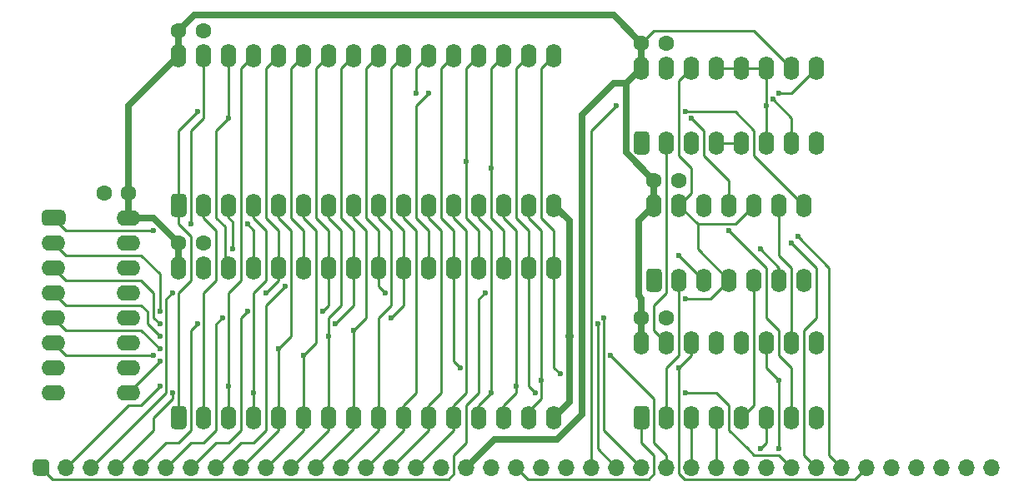
<source format=gbr>
%TF.GenerationSoftware,KiCad,Pcbnew,(5.1.9)-1*%
%TF.CreationDate,2021-04-02T02:04:45-07:00*%
%TF.ProjectId,rc-1024k,72632d31-3032-4346-9b2e-6b696361645f,rev?*%
%TF.SameCoordinates,PX9157080PY9071968*%
%TF.FileFunction,Copper,L1,Top*%
%TF.FilePolarity,Positive*%
%FSLAX46Y46*%
G04 Gerber Fmt 4.6, Leading zero omitted, Abs format (unit mm)*
G04 Created by KiCad (PCBNEW (5.1.9)-1) date 2021-04-02 02:04:45*
%MOMM*%
%LPD*%
G01*
G04 APERTURE LIST*
%TA.AperFunction,ComponentPad*%
%ADD10O,1.700000X1.700000*%
%TD*%
%TA.AperFunction,ComponentPad*%
%ADD11O,1.600000X2.400000*%
%TD*%
%TA.AperFunction,ComponentPad*%
%ADD12O,2.400000X1.600000*%
%TD*%
%TA.AperFunction,ComponentPad*%
%ADD13C,1.600000*%
%TD*%
%TA.AperFunction,ViaPad*%
%ADD14C,0.900000*%
%TD*%
%TA.AperFunction,ViaPad*%
%ADD15C,0.600000*%
%TD*%
%TA.AperFunction,Conductor*%
%ADD16C,0.635000*%
%TD*%
%TA.AperFunction,Conductor*%
%ADD17C,0.254000*%
%TD*%
%TA.AperFunction,Conductor*%
%ADD18C,0.200000*%
%TD*%
G04 APERTURE END LIST*
D10*
%TO.P,J1,39*%
%TO.N,Net-(J1-Pad39)*%
X97790000Y1600200D03*
%TO.P,J1,38*%
%TO.N,Net-(J1-Pad38)*%
X95250000Y1600200D03*
%TO.P,J1,37*%
%TO.N,Net-(J1-Pad37)*%
X92710000Y1600200D03*
%TO.P,J1,36*%
%TO.N,Net-(J1-Pad36)*%
X90170000Y1600200D03*
%TO.P,J1,35*%
%TO.N,Net-(J1-Pad35)*%
X87630000Y1600200D03*
%TO.P,J1,34*%
%TO.N,D7*%
X85090000Y1600200D03*
%TO.P,J1,33*%
%TO.N,D6*%
X82550000Y1600200D03*
%TO.P,J1,32*%
%TO.N,D5*%
X80010000Y1600200D03*
%TO.P,J1,31*%
%TO.N,D4*%
X77470000Y1600200D03*
%TO.P,J1,30*%
%TO.N,D3*%
X74930000Y1600200D03*
%TO.P,J1,29*%
%TO.N,D2*%
X72390000Y1600200D03*
%TO.P,J1,28*%
%TO.N,D1*%
X69850000Y1600200D03*
%TO.P,J1,27*%
%TO.N,D0*%
X67310000Y1600200D03*
%TO.P,J1,26*%
%TO.N,~IOREQ*%
X64770000Y1600200D03*
%TO.P,J1,25*%
%TO.N,~RD*%
X62230000Y1600200D03*
%TO.P,J1,24*%
%TO.N,~WR*%
X59690000Y1600200D03*
%TO.P,J1,23*%
%TO.N,~MREQ*%
X57150000Y1600200D03*
%TO.P,J1,22*%
%TO.N,Net-(J1-Pad22)*%
X54610000Y1600200D03*
%TO.P,J1,21*%
%TO.N,Net-(J1-Pad21)*%
X52070000Y1600200D03*
%TO.P,J1,20*%
%TO.N,~RESET*%
X49530000Y1600200D03*
%TO.P,J1,19*%
%TO.N,Net-(J1-Pad19)*%
X46990000Y1600200D03*
%TO.P,J1,18*%
%TO.N,+5V*%
X44450000Y1600200D03*
%TO.P,J1,17*%
%TO.N,GND*%
X41910000Y1600200D03*
%TO.P,J1,16*%
%TO.N,A0*%
X39370000Y1600200D03*
%TO.P,J1,15*%
%TO.N,A1*%
X36830000Y1600200D03*
%TO.P,J1,14*%
%TO.N,A2*%
X34290000Y1600200D03*
%TO.P,J1,13*%
%TO.N,A3*%
X31750000Y1600200D03*
%TO.P,J1,12*%
%TO.N,A4*%
X29210000Y1600200D03*
%TO.P,J1,11*%
%TO.N,A5*%
X26670000Y1600200D03*
%TO.P,J1,10*%
%TO.N,A6*%
X24130000Y1600200D03*
%TO.P,J1,9*%
%TO.N,A7*%
X21590000Y1600200D03*
%TO.P,J1,8*%
%TO.N,A8*%
X19050000Y1600200D03*
%TO.P,J1,7*%
%TO.N,A9*%
X16510000Y1600200D03*
%TO.P,J1,6*%
%TO.N,A10*%
X13970000Y1600200D03*
%TO.P,J1,5*%
%TO.N,A11*%
X11430000Y1600200D03*
%TO.P,J1,4*%
%TO.N,A12*%
X8890000Y1600200D03*
%TO.P,J1,3*%
%TO.N,A13*%
X6350000Y1600200D03*
%TO.P,J1,2*%
%TO.N,A14*%
X3810000Y1600200D03*
%TO.P,J1,1*%
%TO.N,A15*%
%TA.AperFunction,ComponentPad*%
G36*
G01*
X1695000Y750200D02*
X845000Y750200D01*
G75*
G02*
X420000Y1175200I0J425000D01*
G01*
X420000Y2025200D01*
G75*
G02*
X845000Y2450200I425000J0D01*
G01*
X1695000Y2450200D01*
G75*
G02*
X2120000Y2025200I0J-425000D01*
G01*
X2120000Y1175200D01*
G75*
G02*
X1695000Y750200I-425000J0D01*
G01*
G37*
%TD.AperFunction*%
%TD*%
D11*
%TO.P,U1,32*%
%TO.N,+5V*%
X15240000Y43510200D03*
%TO.P,U1,16*%
%TO.N,GND*%
X53340000Y28270200D03*
%TO.P,U1,31*%
%TO.N,~WR*%
X17780000Y43510200D03*
%TO.P,U1,15*%
%TO.N,D2*%
X50800000Y28270200D03*
%TO.P,U1,30*%
%TO.N,MEM_A17*%
X20320000Y43510200D03*
%TO.P,U1,14*%
%TO.N,D1*%
X48260000Y28270200D03*
%TO.P,U1,29*%
%TO.N,A14*%
X22860000Y43510200D03*
%TO.P,U1,13*%
%TO.N,D0*%
X45720000Y28270200D03*
%TO.P,U1,28*%
%TO.N,A13*%
X25400000Y43510200D03*
%TO.P,U1,12*%
%TO.N,A0*%
X43180000Y28270200D03*
%TO.P,U1,27*%
%TO.N,A8*%
X27940000Y43510200D03*
%TO.P,U1,11*%
%TO.N,A1*%
X40640000Y28270200D03*
%TO.P,U1,26*%
%TO.N,A9*%
X30480000Y43510200D03*
%TO.P,U1,10*%
%TO.N,A2*%
X38100000Y28270200D03*
%TO.P,U1,25*%
%TO.N,A11*%
X33020000Y43510200D03*
%TO.P,U1,9*%
%TO.N,A3*%
X35560000Y28270200D03*
%TO.P,U1,24*%
%TO.N,~RD*%
X35560000Y43510200D03*
%TO.P,U1,8*%
%TO.N,A4*%
X33020000Y28270200D03*
%TO.P,U1,23*%
%TO.N,A10*%
X38100000Y43510200D03*
%TO.P,U1,7*%
%TO.N,A5*%
X30480000Y28270200D03*
%TO.P,U1,22*%
%TO.N,~ROM_CS*%
X40640000Y43510200D03*
%TO.P,U1,6*%
%TO.N,A6*%
X27940000Y28270200D03*
%TO.P,U1,21*%
%TO.N,D7*%
X43180000Y43510200D03*
%TO.P,U1,5*%
%TO.N,A7*%
X25400000Y28270200D03*
%TO.P,U1,20*%
%TO.N,D6*%
X45720000Y43510200D03*
%TO.P,U1,4*%
%TO.N,A12*%
X22860000Y28270200D03*
%TO.P,U1,19*%
%TO.N,D5*%
X48260000Y43510200D03*
%TO.P,U1,3*%
%TO.N,MEM_A15*%
X20320000Y28270200D03*
%TO.P,U1,18*%
%TO.N,D4*%
X50800000Y43510200D03*
%TO.P,U1,2*%
%TO.N,MEM_A16*%
X17780000Y28270200D03*
%TO.P,U1,17*%
%TO.N,D3*%
X53340000Y43510200D03*
%TO.P,U1,1*%
%TO.N,MEM_A18*%
%TA.AperFunction,ComponentPad*%
G36*
G01*
X15640000Y27070200D02*
X14840000Y27070200D01*
G75*
G02*
X14440000Y27470200I0J400000D01*
G01*
X14440000Y29070200D01*
G75*
G02*
X14840000Y29470200I400000J0D01*
G01*
X15640000Y29470200D01*
G75*
G02*
X16040000Y29070200I0J-400000D01*
G01*
X16040000Y27470200D01*
G75*
G02*
X15640000Y27070200I-400000J0D01*
G01*
G37*
%TD.AperFunction*%
%TD*%
%TO.P,U5,14*%
%TO.N,+5V*%
X63500000Y28270200D03*
%TO.P,U5,7*%
%TO.N,GND*%
X78740000Y20650200D03*
%TO.P,U5,13*%
%TO.N,A15*%
X66040000Y28270200D03*
%TO.P,U5,6*%
%TO.N,MEM_A16*%
X76200000Y20650200D03*
%TO.P,U5,12*%
%TO.N,/MEM_A17'*%
X68580000Y28270200D03*
%TO.P,U5,5*%
%TO.N,/MEM_A16'*%
X73660000Y20650200D03*
%TO.P,U5,11*%
%TO.N,MEM_A17*%
X71120000Y28270200D03*
%TO.P,U5,4*%
%TO.N,A15*%
X71120000Y20650200D03*
%TO.P,U5,10*%
X73660000Y28270200D03*
%TO.P,U5,3*%
%TO.N,MEM_A15*%
X68580000Y20650200D03*
%TO.P,U5,9*%
%TO.N,/MEM_A18'*%
X76200000Y28270200D03*
%TO.P,U5,2*%
%TO.N,/MEM_A15'*%
X66040000Y20650200D03*
%TO.P,U5,8*%
%TO.N,MEM_A18*%
X78740000Y28270200D03*
%TO.P,U5,1*%
%TO.N,A15*%
%TA.AperFunction,ComponentPad*%
G36*
G01*
X63900000Y19450200D02*
X63100000Y19450200D01*
G75*
G02*
X62700000Y19850200I0J400000D01*
G01*
X62700000Y21450200D01*
G75*
G02*
X63100000Y21850200I400000J0D01*
G01*
X63900000Y21850200D01*
G75*
G02*
X64300000Y21450200I0J-400000D01*
G01*
X64300000Y19850200D01*
G75*
G02*
X63900000Y19450200I-400000J0D01*
G01*
G37*
%TD.AperFunction*%
%TD*%
%TO.P,U4,16*%
%TO.N,+5V*%
X62230000Y14300200D03*
%TO.P,U4,8*%
%TO.N,GND*%
X80010000Y6680200D03*
%TO.P,U4,15*%
%TO.N,/RAM_EN*%
X64770000Y14300200D03*
%TO.P,U4,7*%
%TO.N,/MEM_A17'*%
X77470000Y6680200D03*
%TO.P,U4,14*%
%TO.N,D7*%
X67310000Y14300200D03*
%TO.P,U4,6*%
%TO.N,D2*%
X74930000Y6680200D03*
%TO.P,U4,13*%
%TO.N,GND*%
X69850000Y14300200D03*
%TO.P,U4,5*%
%TO.N,/MEM_A16'*%
X72390000Y6680200D03*
%TO.P,U4,12*%
%TO.N,Net-(U4-Pad12)*%
X72390000Y14300200D03*
%TO.P,U4,4*%
%TO.N,D1*%
X69850000Y6680200D03*
%TO.P,U4,11*%
%TO.N,D3*%
X74930000Y14300200D03*
%TO.P,U4,3*%
%TO.N,D0*%
X67310000Y6680200D03*
%TO.P,U4,10*%
%TO.N,/MEM_A18'*%
X77470000Y14300200D03*
%TO.P,U4,2*%
%TO.N,/MEM_A15'*%
X64770000Y6680200D03*
%TO.P,U4,9*%
%TO.N,/~CFG_CS*%
X80010000Y14300200D03*
%TO.P,U4,1*%
%TO.N,~RESET*%
%TA.AperFunction,ComponentPad*%
G36*
G01*
X62630000Y5480200D02*
X61830000Y5480200D01*
G75*
G02*
X61430000Y5880200I0J400000D01*
G01*
X61430000Y7480200D01*
G75*
G02*
X61830000Y7880200I400000J0D01*
G01*
X62630000Y7880200D01*
G75*
G02*
X63030000Y7480200I0J-400000D01*
G01*
X63030000Y5880200D01*
G75*
G02*
X62630000Y5480200I-400000J0D01*
G01*
G37*
%TD.AperFunction*%
%TD*%
%TO.P,U3,1*%
%TO.N,~WR*%
%TA.AperFunction,ComponentPad*%
G36*
G01*
X1340000Y26600200D02*
X1340000Y27400200D01*
G75*
G02*
X1740000Y27800200I400000J0D01*
G01*
X3340000Y27800200D01*
G75*
G02*
X3740000Y27400200I0J-400000D01*
G01*
X3740000Y26600200D01*
G75*
G02*
X3340000Y26200200I-400000J0D01*
G01*
X1740000Y26200200D01*
G75*
G02*
X1340000Y26600200I0J400000D01*
G01*
G37*
%TD.AperFunction*%
D12*
%TO.P,U3,9*%
%TO.N,/~CFG_CS*%
X10160000Y9220200D03*
%TO.P,U3,2*%
%TO.N,A4*%
X2540000Y24460200D03*
%TO.P,U3,10*%
%TO.N,Net-(U3-Pad10)*%
X10160000Y11760200D03*
%TO.P,U3,3*%
%TO.N,A5*%
X2540000Y21920200D03*
%TO.P,U3,11*%
%TO.N,Net-(U3-Pad11)*%
X10160000Y14300200D03*
%TO.P,U3,4*%
%TO.N,~IOREQ*%
X2540000Y19380200D03*
%TO.P,U3,12*%
%TO.N,Net-(U3-Pad12)*%
X10160000Y16840200D03*
%TO.P,U3,5*%
%TO.N,A7*%
X2540000Y16840200D03*
%TO.P,U3,13*%
%TO.N,Net-(U3-Pad13)*%
X10160000Y19380200D03*
%TO.P,U3,6*%
%TO.N,A6*%
X2540000Y14300200D03*
%TO.P,U3,14*%
%TO.N,Net-(U3-Pad14)*%
X10160000Y21920200D03*
%TO.P,U3,7*%
%TO.N,Net-(U3-Pad7)*%
X2540000Y11760200D03*
%TO.P,U3,15*%
%TO.N,Net-(U3-Pad15)*%
X10160000Y24460200D03*
%TO.P,U3,8*%
%TO.N,GND*%
X2540000Y9220200D03*
%TO.P,U3,16*%
%TO.N,+5V*%
X10160000Y27000200D03*
%TD*%
D11*
%TO.P,U6,16*%
%TO.N,+5V*%
X62230000Y42240200D03*
%TO.P,U6,8*%
%TO.N,GND*%
X80010000Y34620200D03*
%TO.P,U6,15*%
X64770000Y42240200D03*
%TO.P,U6,7*%
%TO.N,~ROM_CS*%
X77470000Y34620200D03*
%TO.P,U6,14*%
%TO.N,A15*%
X67310000Y42240200D03*
%TO.P,U6,6*%
%TO.N,~MREQ*%
X74930000Y34620200D03*
%TO.P,U6,13*%
X69850000Y42240200D03*
%TO.P,U6,5*%
%TO.N,+5V*%
X72390000Y34620200D03*
%TO.P,U6,12*%
%TO.N,~MREQ*%
X72390000Y42240200D03*
%TO.P,U6,4*%
%TO.N,+5V*%
X69850000Y34620200D03*
%TO.P,U6,11*%
%TO.N,~MREQ*%
X74930000Y42240200D03*
%TO.P,U6,3*%
%TO.N,+5V*%
X67310000Y34620200D03*
%TO.P,U6,10*%
X77470000Y42240200D03*
%TO.P,U6,2*%
%TO.N,/RAM_EN*%
X64770000Y34620200D03*
%TO.P,U6,9*%
%TO.N,~RAM_CS*%
X80010000Y42240200D03*
%TO.P,U6,1*%
%TO.N,GND*%
%TA.AperFunction,ComponentPad*%
G36*
G01*
X62630000Y33420200D02*
X61830000Y33420200D01*
G75*
G02*
X61430000Y33820200I0J400000D01*
G01*
X61430000Y35420200D01*
G75*
G02*
X61830000Y35820200I400000J0D01*
G01*
X62630000Y35820200D01*
G75*
G02*
X63030000Y35420200I0J-400000D01*
G01*
X63030000Y33820200D01*
G75*
G02*
X62630000Y33420200I-400000J0D01*
G01*
G37*
%TD.AperFunction*%
%TD*%
D13*
%TO.P,C6,2*%
%TO.N,GND*%
X64730000Y44780200D03*
%TO.P,C6,1*%
%TO.N,+5V*%
X62230000Y44780200D03*
%TD*%
D11*
%TO.P,U2,32*%
%TO.N,+5V*%
X15240000Y21920200D03*
%TO.P,U2,16*%
%TO.N,GND*%
X53340000Y6680200D03*
%TO.P,U2,31*%
%TO.N,MEM_A15*%
X17780000Y21920200D03*
%TO.P,U2,15*%
%TO.N,D2*%
X50800000Y6680200D03*
%TO.P,U2,30*%
%TO.N,MEM_A17*%
X20320000Y21920200D03*
%TO.P,U2,14*%
%TO.N,D1*%
X48260000Y6680200D03*
%TO.P,U2,29*%
%TO.N,~WR*%
X22860000Y21920200D03*
%TO.P,U2,13*%
%TO.N,D0*%
X45720000Y6680200D03*
%TO.P,U2,28*%
%TO.N,A13*%
X25400000Y21920200D03*
%TO.P,U2,12*%
%TO.N,A0*%
X43180000Y6680200D03*
%TO.P,U2,27*%
%TO.N,A8*%
X27940000Y21920200D03*
%TO.P,U2,11*%
%TO.N,A1*%
X40640000Y6680200D03*
%TO.P,U2,26*%
%TO.N,A9*%
X30480000Y21920200D03*
%TO.P,U2,10*%
%TO.N,A2*%
X38100000Y6680200D03*
%TO.P,U2,25*%
%TO.N,A11*%
X33020000Y21920200D03*
%TO.P,U2,9*%
%TO.N,A3*%
X35560000Y6680200D03*
%TO.P,U2,24*%
%TO.N,~RD*%
X35560000Y21920200D03*
%TO.P,U2,8*%
%TO.N,A4*%
X33020000Y6680200D03*
%TO.P,U2,23*%
%TO.N,A10*%
X38100000Y21920200D03*
%TO.P,U2,7*%
%TO.N,A5*%
X30480000Y6680200D03*
%TO.P,U2,22*%
%TO.N,~RAM_CS*%
X40640000Y21920200D03*
%TO.P,U2,6*%
%TO.N,A6*%
X27940000Y6680200D03*
%TO.P,U2,21*%
%TO.N,D7*%
X43180000Y21920200D03*
%TO.P,U2,5*%
%TO.N,A7*%
X25400000Y6680200D03*
%TO.P,U2,20*%
%TO.N,D6*%
X45720000Y21920200D03*
%TO.P,U2,4*%
%TO.N,A12*%
X22860000Y6680200D03*
%TO.P,U2,19*%
%TO.N,D5*%
X48260000Y21920200D03*
%TO.P,U2,3*%
%TO.N,A14*%
X20320000Y6680200D03*
%TO.P,U2,18*%
%TO.N,D4*%
X50800000Y21920200D03*
%TO.P,U2,2*%
%TO.N,MEM_A16*%
X17780000Y6680200D03*
%TO.P,U2,17*%
%TO.N,D3*%
X53340000Y21920200D03*
%TO.P,U2,1*%
%TO.N,MEM_A18*%
%TA.AperFunction,ComponentPad*%
G36*
G01*
X15640000Y5480200D02*
X14840000Y5480200D01*
G75*
G02*
X14440000Y5880200I0J400000D01*
G01*
X14440000Y7480200D01*
G75*
G02*
X14840000Y7880200I400000J0D01*
G01*
X15640000Y7880200D01*
G75*
G02*
X16040000Y7480200I0J-400000D01*
G01*
X16040000Y5880200D01*
G75*
G02*
X15640000Y5480200I-400000J0D01*
G01*
G37*
%TD.AperFunction*%
%TD*%
D13*
%TO.P,C5,2*%
%TO.N,+5V*%
X63500000Y30810200D03*
%TO.P,C5,1*%
%TO.N,GND*%
X66000000Y30810200D03*
%TD*%
%TO.P,C4,2*%
%TO.N,+5V*%
X62230000Y16840200D03*
%TO.P,C4,1*%
%TO.N,GND*%
X64730000Y16840200D03*
%TD*%
%TO.P,C3,1*%
%TO.N,GND*%
X7660000Y29540200D03*
%TO.P,C3,2*%
%TO.N,+5V*%
X10160000Y29540200D03*
%TD*%
%TO.P,C2,2*%
%TO.N,GND*%
X17740000Y24460200D03*
%TO.P,C2,1*%
%TO.N,+5V*%
X15240000Y24460200D03*
%TD*%
%TO.P,C1,2*%
%TO.N,GND*%
X17740000Y46050200D03*
%TO.P,C1,1*%
%TO.N,+5V*%
X15240000Y46050200D03*
%TD*%
D14*
%TO.N,GND*%
X54927500Y14935200D03*
D15*
%TO.N,D7*%
X66040000Y11760200D03*
X43815000Y11760200D03*
%TO.N,D6*%
X44450000Y32715200D03*
X78105000Y25095200D03*
%TO.N,D5*%
X46990000Y32080200D03*
X77470000Y24460200D03*
%TO.N,D4*%
X66675000Y9220200D03*
X51435000Y9220200D03*
%TO.N,D3*%
X53975000Y11125200D03*
X76200000Y3505200D03*
X76200000Y10490200D03*
%TO.N,D2*%
X52070000Y10490200D03*
X74295000Y3505200D03*
%TO.N,D1*%
X49530000Y9855200D03*
%TO.N,D0*%
X46990000Y9220210D03*
%TO.N,~IOREQ*%
X13335000Y14935200D03*
X59055000Y13030200D03*
%TO.N,~RD*%
X36195000Y19380209D03*
X58420000Y16840200D03*
%TO.N,~WR*%
X22225000Y26365200D03*
X12700000Y25730200D03*
X16510000Y26365200D03*
X57785000Y16205200D03*
%TO.N,A4*%
X13335000Y17475200D03*
X33020000Y15570200D03*
%TO.N,A5*%
X13335000Y16205200D03*
X30480000Y14935200D03*
%TO.N,A6*%
X12700000Y13030200D03*
X27940000Y13030200D03*
%TO.N,A7*%
X13335000Y13665200D03*
X25400000Y13665200D03*
%TO.N,~MREQ*%
X74930000Y38430200D03*
X59690000Y38430200D03*
%TO.N,A8*%
X26035000Y20015200D03*
%TO.N,A9*%
X29845000Y17475200D03*
X22225000Y17475200D03*
%TO.N,A10*%
X19685000Y16840200D03*
X36830000Y16840200D03*
%TO.N,A11*%
X17145000Y16205200D03*
X31115000Y16205200D03*
%TO.N,A12*%
X14605000Y9220200D03*
X22860000Y9220200D03*
%TO.N,A13*%
X14605000Y19380200D03*
X24130000Y19380200D03*
%TO.N,A14*%
X20320000Y9855200D03*
X13335000Y9855200D03*
%TO.N,A15*%
X46355000Y19380180D03*
X66675000Y18745200D03*
%TO.N,MEM_A17*%
X67310000Y37160200D03*
X20320000Y37160200D03*
%TO.N,~ROM_CS*%
X75565000Y39065214D03*
X39370000Y39700200D03*
%TO.N,MEM_A15*%
X66040006Y23190200D03*
X20701000Y23825200D03*
%TO.N,MEM_A16*%
X74295000Y23825200D03*
%TO.N,MEM_A18*%
X66675000Y37795200D03*
X17145000Y37795200D03*
%TO.N,/~CFG_CS*%
X13335000Y12395200D03*
%TO.N,~RAM_CS*%
X76200000Y39700200D03*
X40640000Y39700200D03*
%TO.N,/MEM_A17'*%
X71120015Y25730185D03*
%TD*%
D16*
%TO.N,GND*%
X53340000Y6680200D02*
X54927500Y8267700D01*
X54927500Y26682700D02*
X53340000Y28270200D01*
X54927500Y8267700D02*
X54927500Y14935200D01*
X54927500Y14935200D02*
X54927500Y26682700D01*
D17*
%TO.N,D7*%
X43180000Y21920200D02*
X43180000Y25730200D01*
X43180000Y25730200D02*
X41910000Y27000200D01*
X41910000Y42240200D02*
X43180000Y43510200D01*
X41910000Y27000200D02*
X41910000Y42240200D01*
X67310000Y13030200D02*
X67310000Y14300200D01*
X66040000Y11760200D02*
X67310000Y13030200D01*
X43815000Y11760200D02*
X43180000Y12395200D01*
X43180000Y12395200D02*
X43180000Y21920200D01*
X66040000Y965200D02*
X66040000Y11760200D01*
X66603190Y402010D02*
X66040000Y965200D01*
X83891810Y402010D02*
X66603190Y402010D01*
X85090000Y1600200D02*
X83891810Y402010D01*
%TO.N,D6*%
X45720000Y21920200D02*
X45720000Y25730200D01*
X45720000Y25730200D02*
X44450000Y27000200D01*
X44450000Y42240200D02*
X45720000Y43510200D01*
X44450000Y32715200D02*
X44450000Y42240200D01*
X44450000Y27000200D02*
X44450000Y32715200D01*
X81280000Y2870200D02*
X81280000Y21920200D01*
X82550000Y1600200D02*
X81280000Y2870200D01*
X81280000Y21920200D02*
X78105000Y25095200D01*
%TO.N,D5*%
X48260000Y21920200D02*
X48260000Y25730200D01*
X48260000Y25730200D02*
X46990000Y27000200D01*
X46990000Y42240200D02*
X48260000Y43510200D01*
X46990000Y32080200D02*
X46990000Y42240200D01*
X46990000Y27000200D02*
X46990000Y32080200D01*
X80010000Y16840200D02*
X80010000Y21920200D01*
X78740000Y15570200D02*
X80010000Y16840200D01*
X78740000Y2870200D02*
X78740000Y15570200D01*
X80010000Y21920200D02*
X77470000Y24460200D01*
X80010000Y1600200D02*
X78740000Y2870200D01*
%TO.N,D4*%
X50800000Y21920200D02*
X50800000Y25730200D01*
X50800000Y25730200D02*
X49530000Y27000200D01*
X49530000Y42240200D02*
X50800000Y43510200D01*
X49530000Y27000200D02*
X49530000Y42240200D01*
X77470000Y1600200D02*
X76200000Y2870200D01*
X73660000Y2870200D02*
X73025000Y3505200D01*
X76200000Y2870200D02*
X73660000Y2870200D01*
X69850000Y9220200D02*
X66675000Y9220200D01*
X71120000Y7950200D02*
X69850000Y9220200D01*
X71120000Y5410200D02*
X71120000Y7950200D01*
X73025000Y3505200D02*
X71120000Y5410200D01*
X51435000Y9220200D02*
X50800000Y9855200D01*
X50800000Y9855200D02*
X50800000Y21920200D01*
%TO.N,D3*%
X53340000Y21920200D02*
X53340000Y25730200D01*
X53340000Y25730200D02*
X52070000Y27000200D01*
X52070000Y42240200D02*
X53340000Y43510200D01*
X52070000Y27000200D02*
X52070000Y42240200D01*
X53340000Y11760200D02*
X53975000Y11125200D01*
X53340000Y21920200D02*
X53340000Y11760200D01*
X74930000Y14300200D02*
X74930000Y11760200D01*
X74930000Y11760200D02*
X76200000Y10490200D01*
X76200000Y4140200D02*
X76200000Y3505200D01*
X76200000Y4140200D02*
X76200000Y10490200D01*
%TO.N,D2*%
X50800000Y27000200D02*
X50800000Y28270200D01*
X52070000Y25730200D02*
X50800000Y27000200D01*
X52070000Y10490200D02*
X52070000Y25730200D01*
X74930000Y4140200D02*
X74930000Y6680200D01*
X74930000Y4140200D02*
X74295000Y3505200D01*
X52070000Y8585200D02*
X52070000Y10490200D01*
X50800000Y7315200D02*
X52070000Y8585200D01*
X50800000Y6680200D02*
X50800000Y7315200D01*
%TO.N,D1*%
X69850000Y1600200D02*
X69850000Y6680200D01*
X49530000Y25730200D02*
X48260000Y27000200D01*
X48260000Y27000200D02*
X48260000Y28270200D01*
X48260000Y7950200D02*
X49530000Y9220200D01*
X48260000Y6680200D02*
X48260000Y7950200D01*
X49530000Y9855200D02*
X49530000Y25730200D01*
X49530000Y9220200D02*
X49530000Y9855200D01*
%TO.N,D0*%
X67310000Y1600200D02*
X67310000Y6680200D01*
X45720000Y6680200D02*
X45720000Y7950210D01*
X45720000Y7950210D02*
X46990000Y9220210D01*
X45720000Y27000200D02*
X46990000Y25730200D01*
X46990000Y25730200D02*
X46990000Y9220210D01*
X45720000Y28270200D02*
X45720000Y27000200D01*
%TO.N,~IOREQ*%
X12065000Y16205200D02*
X13335000Y14935200D01*
X12065000Y17475200D02*
X12065000Y16205200D01*
X11430000Y18110200D02*
X12065000Y17475200D01*
X3810000Y18110200D02*
X11430000Y18110200D01*
X2540000Y19380200D02*
X3810000Y18110200D01*
X63500000Y8585200D02*
X59055000Y13030200D01*
X63500000Y4140200D02*
X63500000Y8585200D01*
X64770000Y2870200D02*
X63500000Y4140200D01*
X64770000Y1600200D02*
X64770000Y2870200D01*
%TO.N,~RD*%
X35560000Y21920200D02*
X35560000Y25730200D01*
X35560000Y25730200D02*
X34290000Y27000200D01*
X34290000Y42240200D02*
X35560000Y43510200D01*
X34290000Y27000200D02*
X34290000Y42240200D01*
X35560000Y20015209D02*
X36195000Y19380209D01*
X35560000Y21920200D02*
X35560000Y20015209D01*
X62230000Y1600200D02*
X58420000Y5410200D01*
X58420000Y5410200D02*
X58420000Y16840200D01*
%TO.N,~WR*%
X22860000Y25730200D02*
X22860000Y21920200D01*
X22225000Y26365200D02*
X22860000Y25730200D01*
X2540000Y27000200D02*
X3810000Y25730200D01*
X3810000Y25730200D02*
X12700000Y25730200D01*
X16510000Y35890200D02*
X16510000Y26365200D01*
X17780000Y37160200D02*
X16510000Y35890200D01*
X17780000Y43510200D02*
X17780000Y37160200D01*
X57785000Y3505200D02*
X57785000Y16205200D01*
X59690000Y1600200D02*
X57785000Y3505200D01*
%TO.N,~RESET*%
X49530000Y1600200D02*
X50165000Y1600200D01*
X62230000Y4140200D02*
X62230000Y6680200D01*
X63500000Y2870200D02*
X62230000Y4140200D01*
X63500000Y965200D02*
X63500000Y2870200D01*
X62936810Y402010D02*
X63500000Y965200D01*
X50728190Y402010D02*
X62936810Y402010D01*
X49530000Y1600200D02*
X50728190Y402010D01*
D16*
%TO.N,+5V*%
X15240000Y21920200D02*
X15240000Y24460200D01*
X10160000Y27000200D02*
X10160000Y29540200D01*
X15240000Y43510200D02*
X15240000Y46050200D01*
X10160000Y38430200D02*
X15240000Y43510200D01*
X10160000Y29540200D02*
X10160000Y38430200D01*
X63500000Y28270200D02*
X63500000Y30810200D01*
X62230000Y42240200D02*
X62230000Y44780200D01*
X62230000Y14300200D02*
X62230000Y16840200D01*
X16827500Y47637700D02*
X15240000Y46050200D01*
X59372500Y47637700D02*
X16827500Y47637700D01*
X62230000Y44780200D02*
X59372500Y47637700D01*
D17*
X62230000Y44780200D02*
X63500000Y46050200D01*
X73660000Y46050200D02*
X77470000Y42240200D01*
X63500000Y46050200D02*
X73660000Y46050200D01*
X69850000Y34620200D02*
X72390000Y34620200D01*
D16*
X12700000Y27000200D02*
X10160000Y27000200D01*
X15240000Y24460200D02*
X12700000Y27000200D01*
X60642500Y40652700D02*
X62230000Y42240200D01*
X60642500Y33667700D02*
X60642500Y40652700D01*
X63500000Y30810200D02*
X60642500Y33667700D01*
X61912500Y26682700D02*
X63500000Y28270200D01*
X61912500Y19062700D02*
X61912500Y26682700D01*
X62230000Y18745200D02*
X61912500Y19062700D01*
X62230000Y16840200D02*
X62230000Y18745200D01*
X53657500Y4457700D02*
X56197500Y6997700D01*
X47307500Y4457700D02*
X53657500Y4457700D01*
X44450000Y1600200D02*
X47307500Y4457700D01*
X56197500Y6997700D02*
X56197500Y37477700D01*
X56197500Y37477700D02*
X59372500Y40652700D01*
X59372500Y40652700D02*
X60642500Y40652700D01*
D18*
%TO.N,A0*%
X39370000Y1600200D02*
X38799498Y1600200D01*
D17*
X43180000Y5410200D02*
X39370000Y1600200D01*
X43180000Y6680200D02*
X43180000Y5410200D01*
X43180000Y27000200D02*
X43180000Y28270200D01*
X44450000Y25730200D02*
X43180000Y27000200D01*
X44450000Y9220200D02*
X44450000Y25730200D01*
X43180000Y7950200D02*
X44450000Y9220200D01*
X43180000Y6680200D02*
X43180000Y7950200D01*
%TO.N,A1*%
X40640000Y5410200D02*
X36830000Y1600200D01*
X40640000Y6680200D02*
X40640000Y5410200D01*
X41910000Y25730200D02*
X40640000Y27000200D01*
X40640000Y27000200D02*
X40640000Y28270200D01*
X41910000Y9220200D02*
X41910000Y25730200D01*
X40640000Y7950200D02*
X41910000Y9220200D01*
X40640000Y6680200D02*
X40640000Y7950200D01*
%TO.N,A2*%
X38100000Y5410200D02*
X34290000Y1600200D01*
X38100000Y6680200D02*
X38100000Y5410200D01*
X38100000Y27000200D02*
X38100000Y28270200D01*
X39370000Y25730200D02*
X38100000Y27000200D01*
X39370000Y9220200D02*
X39370000Y25730200D01*
X38100000Y7950200D02*
X39370000Y9220200D01*
X38100000Y6680200D02*
X38100000Y7950200D01*
%TO.N,A3*%
X35560000Y27000200D02*
X35560000Y28270200D01*
X36830000Y25730200D02*
X35560000Y27000200D01*
X36830000Y18110200D02*
X36830000Y25730200D01*
X35560000Y16840200D02*
X36830000Y18110200D01*
X35560000Y6680200D02*
X35560000Y16840200D01*
X35560000Y5410200D02*
X31750000Y1600200D01*
X35560000Y6680200D02*
X35560000Y5410200D01*
%TO.N,A4*%
X2540000Y24460200D02*
X3810000Y23190200D01*
X3810000Y23190200D02*
X11430000Y23190200D01*
X11430000Y23190200D02*
X13335000Y21285200D01*
X13335000Y21285200D02*
X13335000Y17475200D01*
X29210000Y1758950D02*
X29210000Y1600200D01*
X33020000Y5568950D02*
X29210000Y1758950D01*
X33020000Y6680200D02*
X33020000Y5568950D01*
X33020000Y6680200D02*
X33020000Y15570200D01*
X34290000Y16840200D02*
X33020000Y15570200D01*
X34290000Y25730200D02*
X34290000Y16840200D01*
X33020000Y27000200D02*
X34290000Y25730200D01*
X33020000Y28270200D02*
X33020000Y27000200D01*
%TO.N,A5*%
X12700000Y16840200D02*
X13335000Y16205200D01*
X12700000Y19380200D02*
X12700000Y16840200D01*
X11430000Y20650200D02*
X12700000Y19380200D01*
X3810000Y20650200D02*
X11430000Y20650200D01*
X2540000Y21920200D02*
X3810000Y20650200D01*
X30480000Y6680200D02*
X30480000Y14935200D01*
X30480000Y5410200D02*
X26670000Y1600200D01*
X30480000Y6680200D02*
X30480000Y5410200D01*
X30480000Y16840200D02*
X30480000Y14935200D01*
X31750000Y25730200D02*
X31750000Y18110200D01*
X30480000Y27000200D02*
X31750000Y25730200D01*
X31750000Y18110200D02*
X30480000Y16840200D01*
X30480000Y28270200D02*
X30480000Y27000200D01*
%TO.N,A6*%
X27940000Y5410200D02*
X24130000Y1600200D01*
X27940000Y6680200D02*
X27940000Y5410200D01*
X3810000Y13030200D02*
X12700000Y13030200D01*
X2540000Y14300200D02*
X3810000Y13030200D01*
X27940000Y6680200D02*
X27940000Y13030200D01*
X29210000Y14300200D02*
X27940000Y13030200D01*
X29210000Y25730200D02*
X29210000Y14300200D01*
X27940000Y27000200D02*
X29210000Y25730200D01*
X27940000Y28270200D02*
X27940000Y27000200D01*
%TO.N,A7*%
X25400000Y5410200D02*
X21590000Y1600200D01*
X25400000Y6680200D02*
X25400000Y5410200D01*
X11430000Y15570200D02*
X13335000Y13665200D01*
X3810000Y15570200D02*
X11430000Y15570200D01*
X2540000Y16840200D02*
X3810000Y15570200D01*
X25400000Y6680200D02*
X25400000Y13665200D01*
X26670000Y14935200D02*
X25400000Y13665200D01*
X26670000Y25730200D02*
X26670000Y14935200D01*
X25400000Y27000200D02*
X26670000Y25730200D01*
X25400000Y28270200D02*
X25400000Y27000200D01*
%TO.N,~MREQ*%
X74930000Y42240200D02*
X72390000Y42240200D01*
X72390000Y42240200D02*
X69850000Y42240200D01*
X74930000Y34620200D02*
X74930000Y38430200D01*
X74930000Y42240200D02*
X74930000Y38430200D01*
X57150000Y1600200D02*
X57150000Y35890200D01*
X57150000Y35890200D02*
X59690000Y38430200D01*
%TO.N,A8*%
X27940000Y21920200D02*
X27940000Y25730200D01*
X27940000Y25730200D02*
X26670000Y27000200D01*
X26670000Y42240200D02*
X27940000Y43510200D01*
X26670000Y27000200D02*
X26670000Y42240200D01*
X24130000Y18110200D02*
X26035000Y20015200D01*
X24130000Y5410200D02*
X24130000Y18110200D01*
X22860000Y4140200D02*
X24130000Y5410200D01*
X21590000Y4140200D02*
X22860000Y4140200D01*
X19050000Y1600200D02*
X21590000Y4140200D01*
%TO.N,A9*%
X30480000Y21920200D02*
X30480000Y25730200D01*
X30480000Y25730200D02*
X29210000Y27000200D01*
X29210000Y42240200D02*
X30480000Y43510200D01*
X29210000Y27000200D02*
X29210000Y42240200D01*
X30480000Y18110200D02*
X29845000Y17475200D01*
X30480000Y21920200D02*
X30480000Y18110200D01*
X16510000Y1600200D02*
X19050000Y4140200D01*
X20320000Y4140200D02*
X21590000Y5410200D01*
X21590000Y16840200D02*
X22225000Y17475200D01*
X19050000Y4140200D02*
X20320000Y4140200D01*
X21590000Y5410200D02*
X21590000Y16840200D01*
%TO.N,A10*%
X38100000Y21920200D02*
X38100000Y25730200D01*
X38100000Y25730200D02*
X36830000Y27000200D01*
X36830000Y42240200D02*
X38100000Y43510200D01*
X36830000Y27000200D02*
X36830000Y42240200D01*
X13970000Y1600200D02*
X16510000Y4140200D01*
X16510000Y4140200D02*
X17780000Y4140200D01*
X17780000Y4140200D02*
X19050000Y5410200D01*
X19050000Y5410200D02*
X19050000Y16205200D01*
X19050000Y16205200D02*
X19685000Y16840200D01*
X38100000Y18110200D02*
X36830000Y16840200D01*
X38100000Y21920200D02*
X38100000Y18110200D01*
%TO.N,A11*%
X11430000Y1600200D02*
X11430000Y965200D01*
X33020000Y21920200D02*
X33020000Y25730200D01*
X33020000Y25730200D02*
X31750000Y27000200D01*
X31750000Y42240200D02*
X33020000Y43510200D01*
X31750000Y27000200D02*
X31750000Y42240200D01*
X11430000Y1600200D02*
X13970000Y4140200D01*
X13970000Y4140200D02*
X15240000Y4140200D01*
X15240000Y4140200D02*
X16510000Y5410200D01*
X16510000Y5410200D02*
X16510000Y15570200D01*
X16510000Y15570200D02*
X17145000Y16205200D01*
X33020000Y18110200D02*
X31115000Y16205200D01*
X33020000Y21920200D02*
X33020000Y18110200D01*
%TO.N,A12*%
X22860000Y6680200D02*
X22860000Y9220200D01*
X14605000Y8585200D02*
X14605000Y9220200D01*
X12700000Y6680200D02*
X14605000Y8585200D01*
X12700000Y5410200D02*
X12700000Y6680200D01*
X8890000Y1600200D02*
X12700000Y5410200D01*
X22860000Y19380200D02*
X22860000Y9220200D01*
X24130000Y20650200D02*
X22860000Y19380200D01*
X24130000Y25730200D02*
X24130000Y20650200D01*
X22860000Y27000200D02*
X24130000Y25730200D01*
X22860000Y28270200D02*
X22860000Y27000200D01*
%TO.N,A13*%
X25400000Y21920200D02*
X25400000Y25730200D01*
X25400000Y25730200D02*
X24130000Y27000200D01*
X24130000Y42240200D02*
X25400000Y43510200D01*
X24130000Y27000200D02*
X24130000Y42240200D01*
X13970000Y18745200D02*
X14605000Y19380200D01*
X6350000Y1600200D02*
X13970000Y9220200D01*
X13970000Y9220200D02*
X13970000Y18745200D01*
X25400000Y20650200D02*
X25400000Y21920200D01*
X24130000Y19380200D02*
X25400000Y20650200D01*
%TO.N,A14*%
X20320000Y6680200D02*
X20320000Y9855200D01*
X3810000Y1600200D02*
X10160000Y7950200D01*
X10160000Y7950200D02*
X11430000Y7950200D01*
X11430000Y7950200D02*
X13335000Y9855200D01*
X21590000Y42240200D02*
X22860000Y43510200D01*
X21590000Y20650200D02*
X21590000Y42240200D01*
X20320000Y19380200D02*
X21590000Y20650200D01*
X20320000Y9855200D02*
X20320000Y19380200D01*
%TO.N,A15*%
X66040000Y28270200D02*
X67945000Y26365200D01*
X71755000Y26365200D02*
X73660000Y28270200D01*
X67945000Y26365200D02*
X71755000Y26365200D01*
X67310000Y29540200D02*
X66040000Y28270200D01*
X67310000Y32080200D02*
X67310000Y29540200D01*
X66040000Y33350200D02*
X67310000Y32080200D01*
X66040000Y40970200D02*
X66040000Y33350200D01*
X67310000Y42240200D02*
X66040000Y40970200D01*
X67945000Y23825200D02*
X67945000Y26365200D01*
X71120000Y20650200D02*
X67945000Y23825200D01*
X66675000Y18745200D02*
X69215000Y18745200D01*
X69215000Y18745200D02*
X71120000Y20650200D01*
X45720000Y18745180D02*
X46355000Y19380180D01*
X44450000Y7950200D02*
X45720000Y9220200D01*
X44450000Y4140200D02*
X44450000Y7950200D01*
X43180000Y2870200D02*
X44450000Y4140200D01*
X43180000Y965200D02*
X43180000Y2870200D01*
X45720000Y9220200D02*
X45720000Y18745180D01*
X42616810Y402010D02*
X43180000Y965200D01*
X2468190Y402010D02*
X42616810Y402010D01*
X1270000Y1600200D02*
X2468190Y402010D01*
%TO.N,MEM_A17*%
X68580000Y33350200D02*
X68580000Y35890200D01*
X71120000Y30810200D02*
X68580000Y33350200D01*
X71120000Y28270200D02*
X71120000Y30810200D01*
X68580000Y35890200D02*
X67310000Y37160200D01*
X20320000Y43510200D02*
X20320000Y37160200D01*
X20320000Y21920200D02*
X19939000Y22301200D01*
X19939000Y22301200D02*
X19939000Y26111200D01*
X19939000Y26111200D02*
X19050000Y27000200D01*
X19050000Y27000200D02*
X19050000Y35890200D01*
X19050000Y35890200D02*
X20320000Y37160200D01*
%TO.N,~ROM_CS*%
X77470000Y34620200D02*
X77470000Y37160214D01*
X77470000Y37160214D02*
X75565000Y39065214D01*
X39370000Y42240200D02*
X39370000Y39700200D01*
X40640000Y43510200D02*
X39370000Y42240200D01*
%TO.N,MEM_A15*%
X68580000Y20650200D02*
X66040006Y23190194D01*
X66040006Y23190194D02*
X66040006Y23190200D01*
X20701000Y26619200D02*
X20701000Y23825200D01*
X20320000Y27000200D02*
X20701000Y26619200D01*
X20320000Y28270200D02*
X20320000Y27000200D01*
%TO.N,MEM_A16*%
X17780000Y27000200D02*
X17780000Y28270200D01*
X19050000Y25730200D02*
X17780000Y27000200D01*
X19050000Y20650200D02*
X19050000Y25730200D01*
X17780000Y19380200D02*
X19050000Y20650200D01*
X17780000Y6680200D02*
X17780000Y19380200D01*
X76200000Y21920200D02*
X74295000Y23825200D01*
X76200000Y20650200D02*
X76200000Y21920200D01*
%TO.N,MEM_A18*%
X78740000Y28270200D02*
X73660000Y33350200D01*
X73660000Y33350200D02*
X73660000Y35890200D01*
X71755000Y37795200D02*
X66675000Y37795200D01*
X73660000Y35890200D02*
X71755000Y37795200D01*
X15240000Y26365200D02*
X15240000Y28270200D01*
X16510000Y25095200D02*
X15240000Y26365200D01*
X16510000Y20650200D02*
X16510000Y25095200D01*
X15240000Y19380200D02*
X16510000Y20650200D01*
X15240000Y6680200D02*
X15240000Y19380200D01*
X15240000Y35890200D02*
X17145000Y37795200D01*
X15240000Y28270200D02*
X15240000Y35890200D01*
%TO.N,/~CFG_CS*%
X13335000Y12395200D02*
X10160000Y9220200D01*
%TO.N,/MEM_A16'*%
X72390000Y6680200D02*
X73660000Y7950200D01*
X73660000Y7950200D02*
X73660000Y20650200D01*
%TO.N,/MEM_A15'*%
X64770000Y6680200D02*
X64770000Y11760200D01*
X64770000Y11760200D02*
X66040000Y13030200D01*
X66040000Y13030200D02*
X66040000Y20650200D01*
%TO.N,~RAM_CS*%
X80010000Y42240200D02*
X77470000Y39700200D01*
X77470000Y39700200D02*
X76200000Y39700200D01*
X39370000Y38430200D02*
X40640000Y39700200D01*
X40640000Y21920200D02*
X40640000Y25730200D01*
X40640000Y25730200D02*
X39370000Y27000200D01*
X39370000Y27000200D02*
X39370000Y38430200D01*
%TO.N,/RAM_EN*%
X64770000Y14300200D02*
X63500000Y15570200D01*
X63500000Y15570200D02*
X63500000Y18110200D01*
X63500000Y18110200D02*
X64770000Y19380200D01*
X64770000Y19380200D02*
X64770000Y34620200D01*
%TO.N,/MEM_A17'*%
X74930000Y21920200D02*
X71120015Y25730185D01*
X76200000Y15570200D02*
X74930000Y16840200D01*
X76200000Y13030200D02*
X76200000Y15570200D01*
X74930000Y16840200D02*
X74930000Y21920200D01*
X77470000Y11760200D02*
X76200000Y13030200D01*
X77470000Y6680200D02*
X77470000Y11760200D01*
%TO.N,/MEM_A18'*%
X76200000Y23190200D02*
X76200000Y28270200D01*
X77470000Y21920200D02*
X76200000Y23190200D01*
X77470000Y14300200D02*
X77470000Y21920200D01*
%TD*%
M02*

</source>
